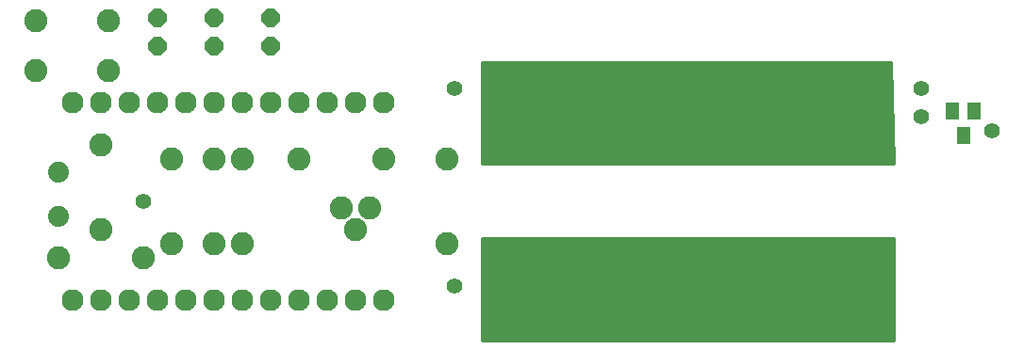
<source format=gts>
G75*
%MOIN*%
%OFA0B0*%
%FSLAX24Y24*%
%IPPOS*%
%LPD*%
%AMOC8*
5,1,8,0,0,1.08239X$1,22.5*
%
%ADD10C,0.0160*%
%ADD11C,0.0770*%
%ADD12C,0.0820*%
%ADD13C,0.0740*%
%ADD14OC8,0.0640*%
%ADD15R,0.0474X0.0631*%
%ADD16C,0.0556*%
D10*
X017100Y000280D02*
X031600Y000280D01*
X031600Y003830D01*
X017100Y003830D01*
X017100Y000280D01*
X017100Y000347D02*
X031600Y000347D01*
X031600Y000506D02*
X017100Y000506D01*
X017100Y000664D02*
X031600Y000664D01*
X031600Y000823D02*
X017100Y000823D01*
X017100Y000981D02*
X031600Y000981D01*
X031600Y001140D02*
X017100Y001140D01*
X017100Y001298D02*
X031600Y001298D01*
X031600Y001457D02*
X017100Y001457D01*
X017100Y001615D02*
X031600Y001615D01*
X031600Y001774D02*
X017100Y001774D01*
X017100Y001932D02*
X031600Y001932D01*
X031600Y002091D02*
X017100Y002091D01*
X017100Y002249D02*
X031600Y002249D01*
X031600Y002408D02*
X017100Y002408D01*
X017100Y002566D02*
X031600Y002566D01*
X031600Y002725D02*
X017100Y002725D01*
X017100Y002883D02*
X031600Y002883D01*
X031600Y003042D02*
X017100Y003042D01*
X017100Y003200D02*
X031600Y003200D01*
X031600Y003359D02*
X017100Y003359D01*
X017100Y003517D02*
X031600Y003517D01*
X031600Y003676D02*
X017100Y003676D01*
X017100Y006530D02*
X017100Y010080D01*
X031500Y010080D01*
X031600Y006530D01*
X017100Y006530D01*
X017100Y006687D02*
X031596Y006687D01*
X031591Y006846D02*
X017100Y006846D01*
X017100Y007004D02*
X031587Y007004D01*
X031582Y007163D02*
X017100Y007163D01*
X017100Y007321D02*
X031578Y007321D01*
X031573Y007480D02*
X017100Y007480D01*
X017100Y007638D02*
X031569Y007638D01*
X031564Y007797D02*
X017100Y007797D01*
X017100Y007955D02*
X031560Y007955D01*
X031555Y008114D02*
X017100Y008114D01*
X017100Y008272D02*
X031551Y008272D01*
X031546Y008431D02*
X017100Y008431D01*
X017100Y008589D02*
X031542Y008589D01*
X031538Y008748D02*
X017100Y008748D01*
X017100Y008906D02*
X031533Y008906D01*
X031529Y009065D02*
X017100Y009065D01*
X017100Y009223D02*
X031524Y009223D01*
X031520Y009382D02*
X017100Y009382D01*
X017100Y009540D02*
X031515Y009540D01*
X031511Y009699D02*
X017100Y009699D01*
X017100Y009857D02*
X031506Y009857D01*
X031502Y010016D02*
X017100Y010016D01*
D11*
X002600Y001680D03*
X003600Y001680D03*
X004600Y001680D03*
X005600Y001680D03*
X006600Y001680D03*
X007600Y001680D03*
X008600Y001680D03*
X009600Y001680D03*
X010600Y001680D03*
X011600Y001680D03*
X012600Y001680D03*
X013600Y001680D03*
X013600Y008680D03*
X012600Y008680D03*
X011600Y008680D03*
X010600Y008680D03*
X009600Y008680D03*
X008600Y008680D03*
X007600Y008680D03*
X006600Y008680D03*
X005600Y008680D03*
X004600Y008680D03*
X003600Y008680D03*
X002600Y008680D03*
D12*
X001320Y009790D03*
X003880Y009790D03*
X003880Y011570D03*
X001320Y011570D03*
X003600Y007180D03*
X006100Y006680D03*
X007600Y006680D03*
X008600Y006680D03*
X010600Y006680D03*
X013600Y006680D03*
X015850Y006680D03*
X013100Y004930D03*
X012100Y004930D03*
X012600Y004180D03*
X015850Y003680D03*
X008600Y003680D03*
X007600Y003680D03*
X006100Y003680D03*
X005100Y003180D03*
X003600Y004180D03*
X002100Y003180D03*
D13*
X002100Y004643D03*
X002100Y006217D03*
D14*
X005600Y010680D03*
X007600Y010680D03*
X009600Y010680D03*
X009600Y011680D03*
X007600Y011680D03*
X005600Y011680D03*
D15*
X033726Y008363D03*
X034474Y008363D03*
X034100Y007497D03*
D16*
X035100Y007680D03*
X032600Y008180D03*
X031100Y008180D03*
X031100Y007180D03*
X028100Y007180D03*
X028100Y008180D03*
X028100Y009180D03*
X031100Y009180D03*
X032600Y009180D03*
X024600Y009180D03*
X024600Y008180D03*
X024600Y007180D03*
X021100Y007180D03*
X021100Y008180D03*
X021100Y009180D03*
X017600Y009180D03*
X016100Y009180D03*
X017600Y008180D03*
X017600Y007180D03*
X017600Y003180D03*
X017600Y002180D03*
X016100Y002180D03*
X017600Y001180D03*
X021100Y001180D03*
X021100Y002180D03*
X021100Y003180D03*
X024600Y003180D03*
X024600Y002180D03*
X024600Y001180D03*
X028100Y001180D03*
X028100Y002180D03*
X028100Y003180D03*
X031100Y003180D03*
X031100Y002180D03*
X031100Y001180D03*
X005100Y005180D03*
M02*

</source>
